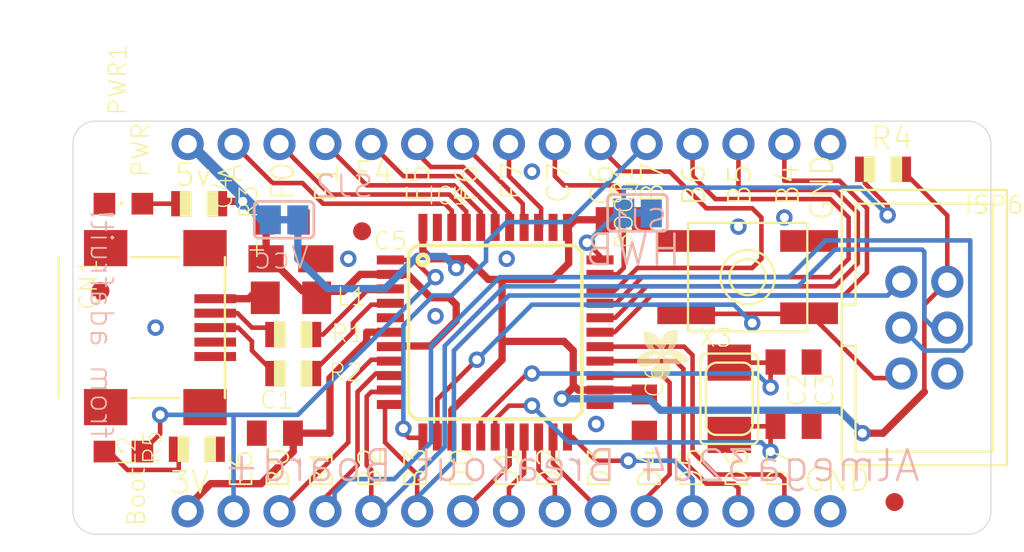
<source format=kicad_pcb>
(kicad_pcb (version 20171130) (host pcbnew "(5.1.9-0-10_14)")
  (layers (0 Top signal) (1 Route2 signal) (2 Route3 signal) (3 Route4 signal) (4 Route5 signal) (5 Route6 signal) (6 Route7 signal) (7 Route8 signal) (8 Route9 signal) (9 Route10 signal) (10 Route11 signal) (11 Route12 signal) (12 Route13 signal) (13 Route14 signal) (14 Route15 signal) (31 Bottom signal) (34 B.Paste user) (35 F.Paste user) (36 B.SilkS user) (37 F.SilkS user) (38 B.Mask user) (39 F.Mask user) (44 Edge.Cuts user))
  (net 0 "")
  (net 1 GND)
  (net 2 +5V)
  (net 3 +3V3)
  (net 4 VCC)
  (net 5 N$6)
  (net 6 "Net-(IC1-Pad3)")
  (net 7 "Net-(CN1-PadD-)")
  (net 8 "Net-(IC1-Pad4)")
  (net 9 "Net-(CN1-PadD+)")
  (net 10 /RST)
  (net 11 /MOSI)
  (net 12 /SCK)
  (net 13 /MISO)
  (net 14 "Net-(CN1-PadVBUS)")
  (net 15 /PE6)
  (net 16 "Net-(C2-Pad1)")
  (net 17 "Net-(C3-Pad1)")
  (net 18 /AREF)
  (net 19 "Net-(IC1-Pad41)")
  (net 20 "Net-(IC1-Pad40)")
  (net 21 "Net-(IC1-Pad39)")
  (net 22 "Net-(IC1-Pad38)")
  (net 23 "Net-(IC1-Pad37)")
  (net 24 "Net-(IC1-Pad36)")
  (net 25 /HWB)
  (net 26 "Net-(IC1-Pad32)")
  (net 27 "Net-(IC1-Pad31)")
  (net 28 "Net-(IC1-Pad30)")
  (net 29 "Net-(IC1-Pad29)")
  (net 30 "Net-(IC1-Pad28)")
  (net 31 "Net-(IC1-Pad27)")
  (net 32 "Net-(IC1-Pad26)")
  (net 33 "Net-(IC1-Pad25)")
  (net 34 "Net-(IC1-Pad22)")
  (net 35 "Net-(IC1-Pad21)")
  (net 36 "Net-(IC1-Pad20)")
  (net 37 "Net-(IC1-Pad19)")
  (net 38 "Net-(IC1-Pad18)")
  (net 39 "Net-(IC1-Pad12)")
  (net 40 "Net-(IC1-Pad8)")
  (net 41 "Net-(CN1-PadID)")
  (net 42 "Net-(PWR1-PadA)")
  (net 43 "Net-(L2-PadC)")
  (module "" (layer Top) (at 125.0061 95.4786)
    (fp_text reference @HOLE0 hide)
    (fp_text value "" (at 0 0) (layer F.SilkS) (effects (font (size 1.27 1.27))))
    (pad "" np_thru_hole circle (at 0 0) (size 2.2 2.2) (drill 2.2) (layers *.Cu *.Mask))
  )
  (module "" (layer Top) (at 125.0061 114.5286)
    (fp_text reference @HOLE1 hide)
    (fp_text value "" (at 0 0) (layer F.SilkS) (effects (font (size 1.27 1.27))))
    (pad "" np_thru_hole circle (at 0 0) (size 2.2 2.2) (drill 2.2) (layers *.Cu *.Mask))
  )
  (module "" (layer Top) (at 171.9961 95.4786)
    (fp_text reference @HOLE2 hide)
    (fp_text value "" (at 0 0) (layer F.SilkS) (effects (font (size 1.27 1.27))))
    (pad "" np_thru_hole circle (at 0 0) (size 2.2 2.2) (drill 2.2) (layers *.Cu *.Mask))
  )
  (module "" (layer Top) (at 171.9961 114.4016)
    (fp_text reference @HOLE3 hide)
    (fp_text value "" (at 0 0) (layer F.SilkS) (effects (font (size 1.27 1.27))))
    (pad "" np_thru_hole circle (at 0 0) (size 2.2 2.2) (drill 2.2) (layers *.Cu *.Mask))
  )
  (module atmega32u4bb:R0805 (layer Top) (at 135.2931 105.3846)
    (fp_text reference R1 (at 2.032 0.508) (layer F.SilkS) (effects (font (size 0.9652 0.9652) (thickness 0.077216)) (justify left bottom)))
    (fp_text value 22)
    (pad 2 smd rect (at 1 0) (size 1.1 1.4) (layers Top F.Paste F.Mask) (net 6 "Net-(IC1-Pad3)"))
    (pad 1 smd rect (at -1 0) (size 1.1 1.4) (layers Top F.Paste F.Mask) (net 7 "Net-(CN1-PadD-)"))
  )
  (module atmega32u4bb:R0805 (layer Top) (at 135.2931 107.5436)
    (fp_text reference R2 (at 1.905 0.508) (layer F.SilkS) (effects (font (size 0.9652 0.9652) (thickness 0.077216)) (justify left bottom)))
    (fp_text value 22)
    (pad 2 smd rect (at 1 0) (size 1.1 1.4) (layers Top F.Paste F.Mask) (net 8 "Net-(IC1-Pad4)"))
    (pad 1 smd rect (at -1 0) (size 1.1 1.4) (layers Top F.Paste F.Mask) (net 9 "Net-(CN1-PadD+)"))
  )
  (module atmega32u4bb:ISP6 (layer Top) (at 170.2181 105.0036 270)
    (fp_text reference ISP6 (at -6.223 -2.159) (layer F.SilkS) (effects (font (size 0.9652 0.9652) (thickness 0.09652)) (justify left bottom)))
    (fp_text value PINHD-2X3THM)
    (pad 6 thru_hole circle (at 2.54 -1.27 270) (size 1.778 1.778) (drill 1.016) (layers *.Cu *.Mask) (net 1 GND))
    (pad 5 thru_hole circle (at 2.54 1.27 270) (size 1.778 1.778) (drill 1.016) (layers *.Cu *.Mask) (net 10 /RST))
    (pad 4 thru_hole circle (at 0 -1.27 270) (size 1.778 1.778) (drill 1.016) (layers *.Cu *.Mask) (net 11 /MOSI))
    (pad 3 thru_hole circle (at 0 1.27 270) (size 1.778 1.778) (drill 1.016) (layers *.Cu *.Mask) (net 12 /SCK))
    (pad 2 thru_hole circle (at -2.54 -1.27 270) (size 1.778 1.778) (drill 1.016) (layers *.Cu *.Mask) (net 4 VCC))
    (pad 1 thru_hole circle (at -2.54 1.27 270) (size 1.778 1.778) (drill 1.016) (layers *.Cu *.Mask) (net 13 /MISO))
  )
  (module atmega32u4bb:R1206 (layer Top) (at 135.1661 103.3526)
    (fp_text reference L1 (at 2.4605 0.508) (layer F.SilkS) (effects (font (size 0.9652 0.9652) (thickness 0.077216)) (justify left bottom)))
    (fp_text value 500mA)
    (pad 1 smd rect (at -1.422 0) (size 1.6 1.803) (layers Top F.Paste F.Mask) (net 14 "Net-(CN1-PadVBUS)"))
    (pad 2 smd rect (at 1.422 0) (size 1.6 1.803) (layers Top F.Paste F.Mask) (net 2 +5V))
  )
  (module atmega32u4bb:C0805K (layer Top) (at 134.2771 110.8456 180)
    (fp_text reference C1 (at 0.889 1.27) (layer F.SilkS) (effects (font (size 0.9652 0.9652) (thickness 0.077216)) (justify left bottom)))
    (fp_text value 0.1uF)
    (pad 2 smd rect (at 1 0 180) (size 1.1 1.4) (layers Top F.Paste F.Mask) (net 1 GND))
    (pad 1 smd rect (at -1 0 180) (size 1.1 1.4) (layers Top F.Paste F.Mask) (net 3 +3V3))
  )
  (module atmega32u4bb:C0805K (layer Top) (at 134.6581 99.1616)
    (fp_text reference C4 (at -2.667 -0.635 90) (layer F.SilkS) (effects (font (size 0.9652 0.9652) (thickness 0.077216)) (justify left bottom)))
    (fp_text value 0.1uF)
    (pad 2 smd rect (at 1 0) (size 1.1 1.4) (layers Top F.Paste F.Mask) (net 1 GND))
    (pad 1 smd rect (at -1 0) (size 1.1 1.4) (layers Top F.Paste F.Mask) (net 2 +5V))
  )
  (module atmega32u4bb:A_3216-18R (layer Top) (at 135.1661 101.1936 180)
    (fp_text reference C5 (at -4.505 0.425) (layer F.SilkS) (effects (font (size 0.9652 0.9652) (thickness 0.077216)) (justify left bottom)))
    (fp_text value 10uF)
    (fp_text user + (at 2.54 0 180) (layer F.SilkS) (effects (font (size 0.9652 0.9652) (thickness 0.08128)) (justify left bottom)))
    (pad - smd rect (at -1.375 0 180) (size 1.95 1.5) (layers Top F.Paste F.Mask) (net 1 GND))
    (pad + smd rect (at 1.375 0 180) (size 1.95 1.5) (layers Top F.Paste F.Mask) (net 2 +5V))
  )
  (module atmega32u4bb:R0805 (layer Top) (at 130.0861 98.1456)
    (fp_text reference R3 (at 3.302 0.889 90) (layer F.SilkS) (effects (font (size 0.9652 0.9652) (thickness 0.077216)) (justify left bottom)))
    (fp_text value 1K)
    (pad 2 smd rect (at 1 0) (size 1.1 1.4) (layers Top F.Paste F.Mask) (net 2 +5V))
    (pad 1 smd rect (at -1 0) (size 1.1 1.4) (layers Top F.Paste F.Mask) (net 42 "Net-(PWR1-PadA)"))
  )
  (module atmega32u4bb:CHIPLED_0805 (layer Top) (at 125.8951 98.1456 90)
    (fp_text reference PWR1 (at 4.826 0.254 90) (layer F.SilkS) (effects (font (size 0.9652 0.9652) (thickness 0.077216)) (justify left bottom)))
    (fp_text value GREEN)
    (pad A smd rect (at 0 1.05 90) (size 1.2 1.2) (layers Top F.Paste F.Mask) (net 42 "Net-(PWR1-PadA)"))
    (pad C smd rect (at 0 -1.05 90) (size 1.2 1.2) (layers Top F.Paste F.Mask) (net 1 GND))
  )
  (module atmega32u4bb:CHIPLED_0805 (layer Top) (at 125.8951 111.8616 90)
    (fp_text reference L2 (at -0.889 0.762 90) (layer F.SilkS) (effects (font (size 0.9652 0.9652) (thickness 0.077216)) (justify left bottom)))
    (fp_text value RED)
    (pad A smd rect (at 0 1.05 90) (size 1.2 1.2) (layers Top F.Paste F.Mask) (net 15 /PE6))
    (pad C smd rect (at 0 -1.05 90) (size 1.2 1.2) (layers Top F.Paste F.Mask) (net 43 "Net-(L2-PadC)"))
  )
  (module atmega32u4bb:NX5032 (layer Top) (at 159.4231 108.9406 90)
    (fp_text reference X3 (at 2.799 -1.718) (layer F.SilkS) (effects (font (size 0.9652 0.9652) (thickness 0.077216)) (justify left bottom)))
    (fp_text value 16MHz)
    (pad P$2 smd rect (at -2 0 270) (size 2 2.4) (layers Top F.Paste F.Mask) (net 16 "Net-(C2-Pad1)"))
    (pad P$1 smd rect (at 2 0 90) (size 2 2.4) (layers Top F.Paste F.Mask) (net 17 "Net-(C3-Pad1)"))
  )
  (module atmega32u4bb:C0805K (layer Top) (at 162.9791 110.4646)
    (fp_text reference C2 (at 0.762 -1.016 90) (layer F.SilkS) (effects (font (size 0.9652 0.9652) (thickness 0.077216)) (justify left bottom)))
    (fp_text value 18pF)
    (pad 2 smd rect (at 1 0) (size 1.1 1.4) (layers Top F.Paste F.Mask) (net 1 GND))
    (pad 1 smd rect (at -1 0) (size 1.1 1.4) (layers Top F.Paste F.Mask) (net 16 "Net-(C2-Pad1)"))
  )
  (module atmega32u4bb:C0805K (layer Top) (at 162.9791 106.9086)
    (fp_text reference C3 (at 2.286 2.54 90) (layer F.SilkS) (effects (font (size 0.9652 0.9652) (thickness 0.077216)) (justify left bottom)))
    (fp_text value 18pF)
    (pad 2 smd rect (at 1 0) (size 1.1 1.4) (layers Top F.Paste F.Mask) (net 1 GND))
    (pad 1 smd rect (at -1 0) (size 1.1 1.4) (layers Top F.Paste F.Mask) (net 17 "Net-(C3-Pad1)"))
  )
  (module atmega32u4bb:TQFP44 (layer Top) (at 146.4691 105.2576)
    (fp_text reference IC1 (at -3.81 -6.985) (layer F.SilkS) (effects (font (size 0.9652 0.9652) (thickness 0.077216)) (justify left bottom)))
    (fp_text value ATMEGA32U4-AU)
    (pad 44 smd rect (at -4 -5.8) (size 0.5 1.5) (layers Top F.Paste F.Mask) (net 4 VCC))
    (pad 43 smd rect (at -3.2 -5.8) (size 0.5 1.5) (layers Top F.Paste F.Mask) (net 1 GND))
    (pad 42 smd rect (at -2.4 -5.8) (size 0.5 1.5) (layers Top F.Paste F.Mask) (net 18 /AREF))
    (pad 41 smd rect (at -1.6 -5.8) (size 0.5 1.5) (layers Top F.Paste F.Mask) (net 19 "Net-(IC1-Pad41)"))
    (pad 40 smd rect (at -0.8 -5.8) (size 0.5 1.5) (layers Top F.Paste F.Mask) (net 20 "Net-(IC1-Pad40)"))
    (pad 39 smd rect (at 0 -5.8) (size 0.5 1.5) (layers Top F.Paste F.Mask) (net 21 "Net-(IC1-Pad39)"))
    (pad 38 smd rect (at 0.8 -5.8) (size 0.5 1.5) (layers Top F.Paste F.Mask) (net 22 "Net-(IC1-Pad38)"))
    (pad 37 smd rect (at 1.6 -5.8) (size 0.5 1.5) (layers Top F.Paste F.Mask) (net 23 "Net-(IC1-Pad37)"))
    (pad 36 smd rect (at 2.4 -5.8) (size 0.5 1.5) (layers Top F.Paste F.Mask) (net 24 "Net-(IC1-Pad36)"))
    (pad 35 smd rect (at 3.2 -5.8) (size 0.5 1.5) (layers Top F.Paste F.Mask) (net 1 GND))
    (pad 34 smd rect (at 4 -5.8) (size 0.5 1.5) (layers Top F.Paste F.Mask) (net 4 VCC))
    (pad 33 smd rect (at 5.8 -4) (size 1.5 0.5) (layers Top F.Paste F.Mask) (net 25 /HWB))
    (pad 32 smd rect (at 5.8 -3.2) (size 1.5 0.5) (layers Top F.Paste F.Mask) (net 26 "Net-(IC1-Pad32)"))
    (pad 31 smd rect (at 5.8 -2.4) (size 1.5 0.5) (layers Top F.Paste F.Mask) (net 27 "Net-(IC1-Pad31)"))
    (pad 30 smd rect (at 5.8 -1.6) (size 1.5 0.5) (layers Top F.Paste F.Mask) (net 28 "Net-(IC1-Pad30)"))
    (pad 29 smd rect (at 5.8 -0.8) (size 1.5 0.5) (layers Top F.Paste F.Mask) (net 29 "Net-(IC1-Pad29)"))
    (pad 28 smd rect (at 5.8 0) (size 1.5 0.5) (layers Top F.Paste F.Mask) (net 30 "Net-(IC1-Pad28)"))
    (pad 27 smd rect (at 5.8 0.8) (size 1.5 0.5) (layers Top F.Paste F.Mask) (net 31 "Net-(IC1-Pad27)"))
    (pad 26 smd rect (at 5.8 1.6) (size 1.5 0.5) (layers Top F.Paste F.Mask) (net 32 "Net-(IC1-Pad26)"))
    (pad 25 smd rect (at 5.8 2.4) (size 1.5 0.5) (layers Top F.Paste F.Mask) (net 33 "Net-(IC1-Pad25)"))
    (pad 24 smd rect (at 5.8 3.2) (size 1.5 0.5) (layers Top F.Paste F.Mask) (net 4 VCC))
    (pad 23 smd rect (at 5.8 4) (size 1.5 0.5) (layers Top F.Paste F.Mask) (net 1 GND))
    (pad 22 smd rect (at 4 5.8) (size 0.5 1.5) (layers Top F.Paste F.Mask) (net 34 "Net-(IC1-Pad22)"))
    (pad 21 smd rect (at 3.2 5.8) (size 0.5 1.5) (layers Top F.Paste F.Mask) (net 35 "Net-(IC1-Pad21)"))
    (pad 20 smd rect (at 2.4 5.8) (size 0.5 1.5) (layers Top F.Paste F.Mask) (net 36 "Net-(IC1-Pad20)"))
    (pad 19 smd rect (at 1.6 5.8) (size 0.5 1.5) (layers Top F.Paste F.Mask) (net 37 "Net-(IC1-Pad19)"))
    (pad 18 smd rect (at 0.8 5.8) (size 0.5 1.5) (layers Top F.Paste F.Mask) (net 38 "Net-(IC1-Pad18)"))
    (pad 17 smd rect (at 0 5.8) (size 0.5 1.5) (layers Top F.Paste F.Mask) (net 16 "Net-(C2-Pad1)"))
    (pad 16 smd rect (at -0.8 5.8) (size 0.5 1.5) (layers Top F.Paste F.Mask) (net 17 "Net-(C3-Pad1)"))
    (pad 15 smd rect (at -1.6 5.8) (size 0.5 1.5) (layers Top F.Paste F.Mask) (net 1 GND))
    (pad 14 smd rect (at -2.4 5.8) (size 0.5 1.5) (layers Top F.Paste F.Mask) (net 4 VCC))
    (pad 13 smd rect (at -3.2 5.8) (size 0.5 1.5) (layers Top F.Paste F.Mask) (net 10 /RST))
    (pad 12 smd rect (at -4 5.8) (size 0.5 1.5) (layers Top F.Paste F.Mask) (net 39 "Net-(IC1-Pad12)"))
    (pad 11 smd rect (at -5.8 4) (size 1.5 0.5) (layers Top F.Paste F.Mask) (net 13 /MISO))
    (pad 10 smd rect (at -5.8 3.2) (size 1.5 0.5) (layers Top F.Paste F.Mask) (net 11 /MOSI))
    (pad 9 smd rect (at -5.8 2.4) (size 1.5 0.5) (layers Top F.Paste F.Mask) (net 12 /SCK))
    (pad 8 smd rect (at -5.8 1.6) (size 1.5 0.5) (layers Top F.Paste F.Mask) (net 40 "Net-(IC1-Pad8)"))
    (pad 7 smd rect (at -5.8 0.8) (size 1.5 0.5) (layers Top F.Paste F.Mask) (net 2 +5V))
    (pad 6 smd rect (at -5.8 0) (size 1.5 0.5) (layers Top F.Paste F.Mask) (net 3 +3V3))
    (pad 5 smd rect (at -5.8 -0.8) (size 1.5 0.5) (layers Top F.Paste F.Mask) (net 1 GND))
    (pad 4 smd rect (at -5.8 -1.6) (size 1.5 0.5) (layers Top F.Paste F.Mask) (net 8 "Net-(IC1-Pad4)"))
    (pad 3 smd rect (at -5.8 -2.4) (size 1.5 0.5) (layers Top F.Paste F.Mask) (net 6 "Net-(IC1-Pad3)"))
    (pad 2 smd rect (at -5.8 -3.2) (size 1.5 0.5) (layers Top F.Paste F.Mask) (net 2 +5V))
    (pad 1 smd rect (at -5.8 -4) (size 1.5 0.5) (layers Top F.Paste F.Mask) (net 15 /PE6))
  )
  (module atmega32u4bb:EVQ-Q2 (layer Top) (at 160.4391 102.2096)
    (fp_text reference BOOT1 (at -6.279 -1.476 90) (layer F.SilkS) (effects (font (size 0.9652 0.9652) (thickness 0.077216)) (justify left bottom)))
    (fp_text value EVQQ2)
    (pad A smd rect (at -3.4 2) (size 3.2 1.2) (layers Top F.Paste F.Mask) (net 10 /RST))
    (pad A' smd rect (at 3.4 2) (size 3.2 1.2) (layers Top F.Paste F.Mask) (net 10 /RST))
    (pad B' smd rect (at 3.4 -2) (size 3.2 1.2) (layers Top F.Paste F.Mask) (net 1 GND))
    (pad B smd rect (at -3.4 -2) (size 3.2 1.2) (layers Top F.Paste F.Mask) (net 1 GND))
  )
  (module atmega32u4bb:C0805K (layer Top) (at 154.7241 109.7026 270)
    (fp_text reference C6 (at -0.746 -1.129 90) (layer F.SilkS) (effects (font (size 0.9652 0.9652) (thickness 0.077216)) (justify left bottom)))
    (fp_text value 0.1uF)
    (pad 2 smd rect (at 1 0 270) (size 1.1 1.4) (layers Top F.Paste F.Mask) (net 1 GND))
    (pad 1 smd rect (at -1 0 270) (size 1.1 1.4) (layers Top F.Paste F.Mask) (net 4 VCC))
  )
  (module atmega32u4bb:C0805K (layer Top) (at 153.5811 99.0346)
    (fp_text reference C7 (at -1 -0.875) (layer F.SilkS) (effects (font (size 0.9652 0.9652) (thickness 0.077216)) (justify left bottom)))
    (fp_text value 0.1uF)
    (pad 2 smd rect (at 1 0) (size 1.1 1.4) (layers Top F.Paste F.Mask) (net 1 GND))
    (pad 1 smd rect (at -1 0) (size 1.1 1.4) (layers Top F.Paste F.Mask) (net 4 VCC))
  )
  (module atmega32u4bb:R0805 (layer Top) (at 129.9591 111.7346)
    (fp_text reference R5 (at -1.905 0.889 90) (layer F.SilkS) (effects (font (size 0.9652 0.9652) (thickness 0.077216)) (justify left bottom)))
    (fp_text value 1K)
    (pad 2 smd rect (at 1 0) (size 1.1 1.4) (layers Top F.Paste F.Mask) (net 1 GND))
    (pad 1 smd rect (at -1 0) (size 1.1 1.4) (layers Top F.Paste F.Mask) (net 43 "Net-(L2-PadC)"))
  )
  (module atmega32u4bb:USB-MINIB (layer Top) (at 126.9111 105.0036 270)
    (fp_text reference CN1 (at -0.897 2.397 90) (layer F.SilkS) (effects (font (size 0.9652 0.9652) (thickness 0.077216)) (justify left bottom)))
    (fp_text value "MiniB USB")
    (pad "" np_thru_hole circle (at 2.2 -1 270) (size 0.9 0.9) (drill 0.9) (layers *.Cu *.Mask))
    (pad "" np_thru_hole circle (at -2.2 -1 270) (size 0.9 0.9) (drill 0.9) (layers *.Cu *.Mask))
    (pad GND4 smd rect (at 4.4 2 270) (size 2 2.4) (layers Top F.Paste F.Mask))
    (pad GND3 smd rect (at 4.4 -3.5 270) (size 2 2.4) (layers Top F.Paste F.Mask))
    (pad GND1 smd rect (at -4.4 2 270) (size 2 2.4) (layers Top F.Paste F.Mask))
    (pad GND smd rect (at 1.6 -4.064 90) (size 0.5 2.308) (layers Top F.Paste F.Mask) (net 1 GND))
    (pad ID smd rect (at 0.8 -4.064 90) (size 0.5 2.308) (layers Top F.Paste F.Mask) (net 41 "Net-(CN1-PadID)"))
    (pad D+ smd rect (at 0 -4.064 90) (size 0.5 2.308) (layers Top F.Paste F.Mask) (net 9 "Net-(CN1-PadD+)"))
    (pad D- smd rect (at -0.8 -4.064 90) (size 0.5 2.308) (layers Top F.Paste F.Mask) (net 7 "Net-(CN1-PadD-)"))
    (pad VBUS smd rect (at -1.6 -4.064 90) (size 0.5 2.308) (layers Top F.Paste F.Mask) (net 14 "Net-(CN1-PadVBUS)"))
    (pad GND2 smd rect (at -4.4 -3.5 270) (size 2 2.4) (layers Top F.Paste F.Mask))
  )
  (module atmega32u4bb:SJ (layer Bottom) (at 154.3431 98.6536)
    (fp_text reference SJ1 (at -1.651 1.143) (layer B.SilkS) (effects (font (size 1.2065 1.2065) (thickness 0.12065)) (justify right bottom mirror)))
    (fp_text value HWB)
    (pad 2 smd rect (at 0.762 0) (size 1.1684 1.6002) (layers Bottom B.Paste B.Mask) (net 1 GND))
    (pad 1 smd rect (at -0.762 0) (size 1.1684 1.6002) (layers Bottom B.Paste B.Mask) (net 25 /HWB))
  )
  (module atmega32u4bb:SJ (layer Bottom) (at 134.7851 99.0346 180)
    (fp_text reference SJ2 (at -1.651 1.143) (layer B.SilkS) (effects (font (size 1.2065 1.2065) (thickness 0.12065)) (justify right bottom mirror)))
    (fp_text value VCC)
    (pad 2 smd rect (at 0.762 0 180) (size 1.1684 1.6002) (layers Bottom B.Paste B.Mask) (net 2 +5V))
    (pad 1 smd rect (at -0.762 0 180) (size 1.1684 1.6002) (layers Bottom B.Paste B.Mask) (net 4 VCC))
  )
  (module atmega32u4bb:R0805 (layer Top) (at 167.9321 96.2406)
    (fp_text reference R4 (at -0.762 -1.016) (layer F.SilkS) (effects (font (size 1.2065 1.2065) (thickness 0.09652)) (justify left bottom)))
    (fp_text value 10K)
    (pad 2 smd rect (at 1 0) (size 1.1 1.4) (layers Top F.Paste F.Mask) (net 4 VCC))
    (pad 1 smd rect (at -1 0) (size 1.1 1.4) (layers Top F.Paste F.Mask) (net 25 /HWB))
  )
  (module atmega32u4bb:1X15-CB (layer Top) (at 147.2311 115.1636 180)
    (fp_text reference JP1 hide)
    (fp_text value "Breakout 1" hide)
    (pad 15 thru_hole circle (at 17.78 0 270) (size 1.778 1.778) (drill 1.016) (layers *.Cu *.Mask) (net 3 +3V3))
    (pad 14 thru_hole circle (at 15.24 0 270) (size 1.778 1.778) (drill 1.016) (layers *.Cu *.Mask) (net 15 /PE6))
    (pad 13 thru_hole circle (at 12.7 0 270) (size 1.778 1.778) (drill 1.016) (layers *.Cu *.Mask) (net 40 "Net-(IC1-Pad8)"))
    (pad 12 thru_hole circle (at 10.16 0 270) (size 1.778 1.778) (drill 1.016) (layers *.Cu *.Mask) (net 12 /SCK))
    (pad 11 thru_hole circle (at 7.62 0 270) (size 1.778 1.778) (drill 1.016) (layers *.Cu *.Mask) (net 11 /MOSI))
    (pad 10 thru_hole circle (at 5.08 0 270) (size 1.778 1.778) (drill 1.016) (layers *.Cu *.Mask) (net 13 /MISO))
    (pad 9 thru_hole circle (at 2.54 0 270) (size 1.778 1.778) (drill 1.016) (layers *.Cu *.Mask) (net 38 "Net-(IC1-Pad18)"))
    (pad 8 thru_hole circle (at 0 0 270) (size 1.778 1.778) (drill 1.016) (layers *.Cu *.Mask) (net 37 "Net-(IC1-Pad19)"))
    (pad 7 thru_hole circle (at -2.54 0 270) (size 1.778 1.778) (drill 1.016) (layers *.Cu *.Mask) (net 36 "Net-(IC1-Pad20)"))
    (pad 6 thru_hole circle (at -5.08 0 270) (size 1.778 1.778) (drill 1.016) (layers *.Cu *.Mask) (net 35 "Net-(IC1-Pad21)"))
    (pad 5 thru_hole circle (at -7.62 0 270) (size 1.778 1.778) (drill 1.016) (layers *.Cu *.Mask) (net 33 "Net-(IC1-Pad25)"))
    (pad 4 thru_hole circle (at -10.16 0 270) (size 1.778 1.778) (drill 1.016) (layers *.Cu *.Mask) (net 34 "Net-(IC1-Pad22)"))
    (pad 3 thru_hole circle (at -12.7 0 270) (size 1.778 1.778) (drill 1.016) (layers *.Cu *.Mask) (net 32 "Net-(IC1-Pad26)"))
    (pad 2 thru_hole circle (at -15.24 0 270) (size 1.778 1.778) (drill 1.016) (layers *.Cu *.Mask) (net 31 "Net-(IC1-Pad27)"))
    (pad 1 thru_hole circle (at -17.78 0 270) (size 1.778 1.778) (drill 1.016) (layers *.Cu *.Mask) (net 1 GND))
  )
  (module atmega32u4bb:1X15-CB (layer Top) (at 147.2311 94.8436)
    (fp_text reference JP5 hide)
    (fp_text value "Breakout 2" hide)
    (pad 15 thru_hole circle (at 17.78 0 90) (size 1.778 1.778) (drill 1.016) (layers *.Cu *.Mask) (net 1 GND))
    (pad 14 thru_hole circle (at 15.24 0 90) (size 1.778 1.778) (drill 1.016) (layers *.Cu *.Mask) (net 30 "Net-(IC1-Pad28)"))
    (pad 13 thru_hole circle (at 12.7 0 90) (size 1.778 1.778) (drill 1.016) (layers *.Cu *.Mask) (net 29 "Net-(IC1-Pad29)"))
    (pad 12 thru_hole circle (at 10.16 0 90) (size 1.778 1.778) (drill 1.016) (layers *.Cu *.Mask) (net 28 "Net-(IC1-Pad30)"))
    (pad 11 thru_hole circle (at 7.62 0 90) (size 1.778 1.778) (drill 1.016) (layers *.Cu *.Mask) (net 39 "Net-(IC1-Pad12)"))
    (pad 10 thru_hole circle (at 5.08 0 90) (size 1.778 1.778) (drill 1.016) (layers *.Cu *.Mask) (net 27 "Net-(IC1-Pad31)"))
    (pad 9 thru_hole circle (at 2.54 0 90) (size 1.778 1.778) (drill 1.016) (layers *.Cu *.Mask) (net 26 "Net-(IC1-Pad32)"))
    (pad 8 thru_hole circle (at 0 0 90) (size 1.778 1.778) (drill 1.016) (layers *.Cu *.Mask) (net 24 "Net-(IC1-Pad36)"))
    (pad 7 thru_hole circle (at -2.54 0 90) (size 1.778 1.778) (drill 1.016) (layers *.Cu *.Mask) (net 23 "Net-(IC1-Pad37)"))
    (pad 6 thru_hole circle (at -5.08 0 90) (size 1.778 1.778) (drill 1.016) (layers *.Cu *.Mask) (net 22 "Net-(IC1-Pad38)"))
    (pad 5 thru_hole circle (at -7.62 0 90) (size 1.778 1.778) (drill 1.016) (layers *.Cu *.Mask) (net 21 "Net-(IC1-Pad39)"))
    (pad 4 thru_hole circle (at -10.16 0 90) (size 1.778 1.778) (drill 1.016) (layers *.Cu *.Mask) (net 20 "Net-(IC1-Pad40)"))
    (pad 3 thru_hole circle (at -12.7 0 90) (size 1.778 1.778) (drill 1.016) (layers *.Cu *.Mask) (net 19 "Net-(IC1-Pad41)"))
    (pad 2 thru_hole circle (at -15.24 0 90) (size 1.778 1.778) (drill 1.016) (layers *.Cu *.Mask) (net 18 /AREF))
    (pad 1 thru_hole circle (at -17.78 0 90) (size 1.778 1.778) (drill 1.016) (layers *.Cu *.Mask) (net 2 +5V))
  )
  (module atmega32u4bb:FIDUCIAL_1MM (layer Top) (at 168.5671 114.6556)
    (fp_text reference U$1 hide)
    (fp_text value FIDUCIAL hide)
    (pad 1 smd roundrect (at 0 0) (size 1 1) (layers Top F.Mask) (roundrect_rratio 0.5))
  )
  (module atmega32u4bb:FIDUCIAL_1MM (layer Top) (at 124.6251 102.9716)
    (fp_text reference U$2 hide)
    (fp_text value FIDUCIAL hide)
    (pad 1 smd roundrect (at 0 0) (size 1 1) (layers Top F.Mask) (roundrect_rratio 0.5))
  )
  (module atmega32u4bb:ADAFRUIT200MIL (layer Top) (at 155.8671 106.5276 180)
    (fp_text reference U$4 hide)
    (fp_text value "" hide)
  )
  (module atmega32u4bb:FIDUCIAL_1MM (layer Top) (at 139.1031 99.6696)
    (fp_text reference U$6 hide)
    (fp_text value FIDUCIAL hide)
    (pad 1 smd roundrect (at 0 0) (size 1 1) (layers Top F.Mask) (roundrect_rratio 0.5))
  )
  (gr_arc (start 124.3711 94.8436) (end 124.3711 93.5736) (angle -90) (layer Edge.Cuts) (width 0.05))
  (gr_line (start 123.1011 94.8436) (end 123.1011 115.1636) (layer Edge.Cuts) (width 0.05))
  (gr_arc (start 124.3711 115.1636) (end 123.1011 115.1636) (angle -90) (layer Edge.Cuts) (width 0.05))
  (gr_line (start 124.3711 116.4336) (end 172.6311 116.4336) (layer Edge.Cuts) (width 0.05))
  (gr_arc (start 172.6311 115.1636) (end 172.6311 116.4336) (angle -90) (layer Edge.Cuts) (width 0.05))
  (gr_line (start 173.9011 115.1636) (end 173.9011 94.8436) (layer Edge.Cuts) (width 0.05))
  (gr_arc (start 172.6311 94.8436) (end 173.9011 94.8436) (angle -90) (layer Edge.Cuts) (width 0.05))
  (gr_line (start 172.6311 93.5736) (end 124.3711 93.5736) (layer Edge.Cuts) (width 0.05))
  (gr_text 5v (at 130.8481 95.8596) (layer F.SilkS) (effects (font (size 1.2065 1.2065) (thickness 0.1016)) (justify right top)))
  (gr_text GND (at 165.2651 99.1616 90) (layer F.SilkS) (effects (font (size 1.2065 1.2065) (thickness 0.1016)) (justify left bottom)))
  (gr_text F0 (at 134.0231 95.7326 90) (layer F.SilkS) (effects (font (size 1.2065 1.2065) (thickness 0.1016)) (justify right top)))
  (gr_text F1 (at 136.4361 95.8596 90) (layer F.SilkS) (effects (font (size 1.2065 1.2065) (thickness 0.1016)) (justify right top)))
  (gr_text F4 (at 138.5951 97.1296) (layer F.SilkS) (effects (font (size 1.2065 1.2065) (thickness 0.1016)) (justify left bottom)))
  (gr_text F5 (at 141.5161 95.8596 90) (layer F.SilkS) (effects (font (size 1.2065 1.2065) (thickness 0.1016)) (justify right top)))
  (gr_text F6 (at 144.1831 95.8596 90) (layer F.SilkS) (effects (font (size 1.2065 1.2065) (thickness 0.1016)) (justify right top)))
  (gr_text F7 (at 146.7231 95.7326 90) (layer F.SilkS) (effects (font (size 1.2065 1.2065) (thickness 0.1016)) (justify right top)))
  (gr_text C7 (at 149.2631 95.7326 90) (layer F.SilkS) (effects (font (size 1.2065 1.2065) (thickness 0.1016)) (justify right top)))
  (gr_text C6 (at 151.6761 95.8596 90) (layer F.SilkS) (effects (font (size 1.2065 1.2065) (thickness 0.1016)) (justify right top)))
  (gr_text B7 (at 154.4701 95.7326 90) (layer F.SilkS) (effects (font (size 1.2065 1.2065) (thickness 0.1016)) (justify right top)))
  (gr_text B6 (at 156.7561 95.8596 90) (layer F.SilkS) (effects (font (size 1.2065 1.2065) (thickness 0.1016)) (justify right top)))
  (gr_text B5 (at 159.2961 95.8596 90) (layer F.SilkS) (effects (font (size 1.2065 1.2065) (thickness 0.1016)) (justify right top)))
  (gr_text B4 (at 161.9631 95.8596 90) (layer F.SilkS) (effects (font (size 1.2065 1.2065) (thickness 0.1016)) (justify right top)))
  (gr_text 3V (at 130.7211 112.8776) (layer F.SilkS) (effects (font (size 1.2065 1.2065) (thickness 0.1016)) (justify right top)))
  (gr_text D7 (at 162.8521 114.0206 90) (layer F.SilkS) (effects (font (size 1.2065 1.2065) (thickness 0.1016)) (justify left bottom)))
  (gr_text D6 (at 160.5661 114.0206 90) (layer F.SilkS) (effects (font (size 1.2065 1.2065) (thickness 0.1016)) (justify left bottom)))
  (gr_text D5 (at 158.0261 114.0206 90) (layer F.SilkS) (effects (font (size 1.2065 1.2065) (thickness 0.1016)) (justify left bottom)))
  (gr_text D4 (at 155.7401 114.0206 90) (layer F.SilkS) (effects (font (size 1.2065 1.2065) (thickness 0.1016)) (justify left bottom)))
  (gr_text D3 (at 152.9461 114.0206 90) (layer F.SilkS) (effects (font (size 1.2065 1.2065) (thickness 0.1016)) (justify left bottom)))
  (gr_text D2 (at 150.1521 114.0206 90) (layer F.SilkS) (effects (font (size 1.2065 1.2065) (thickness 0.1016)) (justify left bottom)))
  (gr_text D1 (at 147.8661 114.0206 90) (layer F.SilkS) (effects (font (size 1.2065 1.2065) (thickness 0.1016)) (justify left bottom)))
  (gr_text D0 (at 145.3261 114.0206 90) (layer F.SilkS) (effects (font (size 1.2065 1.2065) (thickness 0.1016)) (justify left bottom)))
  (gr_text B3 (at 142.7861 114.0206 90) (layer F.SilkS) (effects (font (size 1.2065 1.2065) (thickness 0.1016)) (justify left bottom)))
  (gr_text B2 (at 140.2461 114.0206 90) (layer F.SilkS) (effects (font (size 1.2065 1.2065) (thickness 0.1016)) (justify left bottom)))
  (gr_text B1 (at 137.5791 114.0206 90) (layer F.SilkS) (effects (font (size 1.2065 1.2065) (thickness 0.1016)) (justify left bottom)))
  (gr_text B0 (at 135.1661 114.0206 90) (layer F.SilkS) (effects (font (size 1.2065 1.2065) (thickness 0.1016)) (justify left bottom)))
  (gr_text GND (at 163.4871 114.1476) (layer F.SilkS) (effects (font (size 1.2065 1.2065) (thickness 0.1016)) (justify left bottom)))
  (gr_text PWR (at 127.4191 96.7486 90) (layer F.SilkS) (effects (font (size 0.9652 0.9652) (thickness 0.08128)) (justify left bottom)))
  (gr_text Boot (at 127.1651 116.0526 90) (layer F.SilkS) (effects (font (size 0.9652 0.9652) (thickness 0.08128)) (justify left bottom)))
  (gr_text A (at 131.1021 95.8596 90) (layer F.SilkS) (effects (font (size 1.2065 1.2065) (thickness 0.1016)) (justify right top)))
  (gr_text "Atmega32u4 Breakout Board+" (at 170.0911 113.6396) (layer B.SilkS) (effects (font (size 1.6891 1.6891) (thickness 0.14224)) (justify left bottom mirror)))
  (gr_text HWB (at 156.8831 101.7016) (layer B.SilkS) (effects (font (size 1.6891 1.6891) (thickness 0.14224)) (justify left bottom mirror)))
  (gr_text Vcc (at 133.0071 100.4316) (layer B.SilkS) (effects (font (size 1.2065 1.2065) (thickness 0.1016)) (justify right top mirror)))
  (gr_text "from adafruit!" (at 125.3871 98.3996 -90) (layer B.SilkS) (effects (font (size 1.2065 1.2065) (thickness 0.1016)) (justify right top mirror)))
  (gr_text E6 (at 133.1341 114.0206 90) (layer F.SilkS) (effects (font (size 1.2065 1.2065) (thickness 0.1016)) (justify left bottom)))
  (segment (start 155.1051 98.6536) (end 153.9621 98.6536) (width 0.4064) (layer Bottom) (net 1))
  (via (at 143.1671 104.3686) (size 0.9064) (drill 0.5) (layers Top Bottom) (net 1))
  (via (at 127.6731 105.0036) (size 0.9064) (drill 0.5) (layers Top Bottom) (net 1))
  (via (at 138.3411 101.1936) (size 0.9064) (drill 0.5) (layers Top Bottom) (net 1))
  (via (at 147.1041 101.1936) (size 0.9064) (drill 0.5) (layers Top Bottom) (net 1))
  (via (at 152.0571 110.3376) (size 0.9064) (drill 0.5) (layers Top Bottom) (net 1))
  (via (at 148.5011 96.3676) (size 0.9064) (drill 0.5) (layers Top Bottom) (net 1))
  (via (at 159.9311 99.4156) (size 0.9064) (drill 0.5) (layers Top Bottom) (net 1))
  (via (at 162.4711 98.9076) (size 0.9064) (drill 0.5) (layers Top Bottom) (net 1))
  (segment (start 136.9441 105.3846) (end 136.2931 105.3846) (width 0.254) (layer Top) (net 6))
  (segment (start 139.3571 102.9716) (end 136.9441 105.3846) (width 0.254) (layer Top) (net 6))
  (segment (start 140.6271 102.8996) (end 140.6271 102.9716) (width 0.254) (layer Top) (net 6))
  (segment (start 140.6691 102.8576) (end 140.6271 102.8996) (width 0.254) (layer Top) (net 6))
  (segment (start 140.6271 102.9716) (end 139.3571 102.9716) (width 0.254) (layer Top) (net 6))
  (segment (start 138.5951 105.2576) (end 136.5631 107.2896) (width 0.254) (layer Top) (net 8))
  (segment (start 138.5951 104.7496) (end 138.5951 105.2576) (width 0.254) (layer Top) (net 8))
  (segment (start 140.6271 103.6996) (end 140.6271 103.7336) (width 0.254) (layer Top) (net 8))
  (segment (start 140.6691 103.6576) (end 140.6271 103.6996) (width 0.254) (layer Top) (net 8))
  (segment (start 139.6111 103.7336) (end 138.5951 104.7496) (width 0.254) (layer Top) (net 8))
  (segment (start 140.6271 103.7336) (end 139.6111 103.7336) (width 0.254) (layer Top) (net 8))
  (segment (start 136.3091 107.5436) (end 136.2931 107.5436) (width 0.4064) (layer Top) (net 8))
  (segment (start 136.5631 107.2896) (end 136.3091 107.5436) (width 0.4064) (layer Top) (net 8))
  (segment (start 134.0231 101.1936) (end 133.7911 101.1936) (width 0.254) (layer Top) (net 2))
  (segment (start 135.8011 102.9716) (end 134.0231 101.1936) (width 0.4064) (layer Top) (net 2))
  (segment (start 136.5881 102.9966) (end 136.5631 102.9716) (width 0.254) (layer Top) (net 2))
  (segment (start 136.5881 102.9966) (end 136.5881 103.3526) (width 0.4064) (layer Top) (net 2))
  (segment (start 136.5631 102.9716) (end 135.8011 102.9716) (width 0.254) (layer Top) (net 2))
  (segment (start 133.6581 99.3046) (end 133.6581 99.1616) (width 0.254) (layer Top) (net 2))
  (segment (start 133.7911 101.1936) (end 133.7911 99.4376) (width 0.4064) (layer Top) (net 2))
  (segment (start 133.7911 99.4376) (end 133.6581 99.3046) (width 0.254) (layer Top) (net 2))
  (segment (start 138.0621 102.9966) (end 136.5881 102.9966) (width 0.4064) (layer Top) (net 2))
  (segment (start 140.6311 106.0196) (end 140.6271 106.0196) (width 0.254) (layer Top) (net 2))
  (segment (start 140.6311 106.0196) (end 140.6691 106.0576) (width 0.254) (layer Top) (net 2))
  (segment (start 140.6691 102.0576) (end 139.0011 102.0576) (width 0.4064) (layer Top) (net 2))
  (segment (start 139.0011 102.0576) (end 138.0621 102.9966) (width 0.4064) (layer Top) (net 2))
  (segment (start 141.6181 102.0576) (end 140.6691 102.0576) (width 0.4064) (layer Top) (net 2))
  (segment (start 142.9131 103.3526) (end 141.6181 102.0576) (width 0.4064) (layer Top) (net 2))
  (segment (start 142.9131 106.0196) (end 140.6311 106.0196) (width 0.4064) (layer Top) (net 2))
  (segment (start 144.3101 104.6226) (end 142.9131 106.0196) (width 0.4064) (layer Top) (net 2))
  (segment (start 143.9291 103.3526) (end 142.9131 103.3526) (width 0.4064) (layer Top) (net 2))
  (segment (start 144.3101 103.7336) (end 144.3101 104.6226) (width 0.4064) (layer Top) (net 2))
  (segment (start 143.9291 103.3526) (end 144.3101 103.7336) (width 0.4064) (layer Top) (net 2))
  (segment (start 133.6581 99.1776) (end 133.7691 99.2886) (width 0.4064) (layer Top) (net 2))
  (segment (start 133.6581 99.1616) (end 133.6581 99.1776) (width 0.4064) (layer Top) (net 2))
  (segment (start 133.7691 99.2886) (end 133.7691 98.7806) (width 0.4064) (layer Top) (net 2))
  (segment (start 133.7691 99.2886) (end 132.4991 98.0186) (width 0.4064) (layer Top) (net 2))
  (segment (start 129.5781 94.8436) (end 129.4511 94.8436) (width 0.6096) (layer Bottom) (net 2))
  (segment (start 133.8961 99.1616) (end 129.5781 94.8436) (width 0.6096) (layer Bottom) (net 2))
  (segment (start 134.0231 99.1616) (end 134.0231 99.0346) (width 0.6096) (layer Bottom) (net 2))
  (segment (start 133.8961 99.1616) (end 134.0231 99.1616) (width 0.6096) (layer Bottom) (net 2))
  (segment (start 132.4991 98.0186) (end 132.6261 98.0186) (width 0.6096) (layer Bottom) (net 2))
  (segment (start 133.7691 99.1616) (end 133.8961 99.1616) (width 0.6096) (layer Bottom) (net 2))
  (segment (start 132.6261 98.0186) (end 133.7691 99.1616) (width 0.6096) (layer Bottom) (net 2))
  (segment (start 131.1021 98.1456) (end 131.0861 98.1456) (width 0.4064) (layer Top) (net 2))
  (segment (start 132.4991 98.0186) (end 131.2291 98.0186) (width 0.4064) (layer Top) (net 2))
  (segment (start 131.2291 98.0186) (end 131.1021 98.1456) (width 0.4064) (layer Top) (net 2))
  (via (at 132.4991 98.0186) (size 0.9064) (drill 0.5) (layers Top Bottom) (net 2))
  (segment (start 139.6111 115.1636) (end 139.6111 112.8776) (width 0.254) (layer Top) (net 11))
  (segment (start 139.6111 112.8776) (end 139.3571 112.6236) (width 0.254) (layer Top) (net 11))
  (segment (start 139.3571 112.6236) (end 139.3571 108.8136) (width 0.254) (layer Top) (net 11))
  (segment (start 146.9771 102.7176) (end 163.2331 102.7176) (width 0.254) (layer Bottom) (net 11))
  (segment (start 163.2331 102.7176) (end 165.2651 100.6856) (width 0.254) (layer Bottom) (net 11))
  (segment (start 165.2651 100.6856) (end 170.0911 100.6856) (width 0.254) (layer Bottom) (net 11))
  (segment (start 140.6271 108.5596) (end 140.6271 108.4996) (width 0.254) (layer Top) (net 11))
  (segment (start 140.6271 108.4996) (end 140.6691 108.4576) (width 0.254) (layer Top) (net 11))
  (segment (start 139.3571 108.8136) (end 139.6111 108.5596) (width 0.254) (layer Top) (net 11))
  (segment (start 139.6111 108.5596) (end 140.6271 108.5596) (width 0.254) (layer Top) (net 11))
  (segment (start 146.9771 102.7176) (end 143.6751 106.0196) (width 0.254) (layer Bottom) (net 11))
  (segment (start 143.6751 106.0196) (end 143.6751 111.6076) (width 0.254) (layer Bottom) (net 11))
  (segment (start 143.6751 111.6076) (end 140.1191 115.1636) (width 0.254) (layer Bottom) (net 11))
  (segment (start 140.1191 115.1636) (end 139.6111 115.1636) (width 0.254) (layer Bottom) (net 11))
  (segment (start 170.0911 100.6856) (end 170.2181 100.8126) (width 0.254) (layer Bottom) (net 11))
  (segment (start 170.2181 100.8126) (end 170.2181 104.4956) (width 0.254) (layer Bottom) (net 11))
  (segment (start 170.2181 104.4956) (end 170.7261 105.0036) (width 0.254) (layer Bottom) (net 11))
  (segment (start 170.7261 105.0036) (end 171.4881 105.0036) (width 0.254) (layer Bottom) (net 11))
  (segment (start 142.1511 115.1636) (end 142.1511 113.1316) (width 0.254) (layer Top) (net 13))
  (segment (start 142.1511 113.1316) (end 140.3731 111.3536) (width 0.254) (layer Top) (net 13))
  (segment (start 140.3731 111.3536) (end 140.3731 109.3216) (width 0.254) (layer Top) (net 13))
  (segment (start 147.2311 103.2256) (end 168.1861 103.2256) (width 0.254) (layer Bottom) (net 13))
  (segment (start 168.1861 103.2256) (end 168.9481 102.4636) (width 0.254) (layer Bottom) (net 13))
  (segment (start 140.6271 109.3216) (end 140.6271 109.2996) (width 0.254) (layer Top) (net 13))
  (segment (start 140.6271 109.2996) (end 140.6691 109.2576) (width 0.254) (layer Top) (net 13))
  (segment (start 140.3731 109.3216) (end 140.6271 109.3216) (width 0.254) (layer Top) (net 13))
  (segment (start 147.2311 103.2256) (end 144.1831 106.2736) (width 0.254) (layer Bottom) (net 13))
  (segment (start 144.1831 106.2736) (end 144.1831 112.3696) (width 0.254) (layer Bottom) (net 13))
  (segment (start 144.1831 112.3696) (end 142.1511 114.4016) (width 0.254) (layer Bottom) (net 13))
  (segment (start 142.1511 114.4016) (end 142.1511 115.1636) (width 0.254) (layer Bottom) (net 13))
  (segment (start 137.0711 115.1636) (end 137.0711 114.4016) (width 0.254) (layer Top) (net 12))
  (segment (start 137.0711 114.4016) (end 138.8491 112.6236) (width 0.254) (layer Top) (net 12))
  (segment (start 138.8491 112.6236) (end 138.8491 108.5596) (width 0.254) (layer Top) (net 12))
  (segment (start 146.7231 102.2096) (end 162.7251 102.2096) (width 0.254) (layer Bottom) (net 12))
  (segment (start 162.7251 102.2096) (end 164.7571 100.1776) (width 0.254) (layer Bottom) (net 12))
  (segment (start 164.7571 100.1776) (end 172.7581 100.1776) (width 0.254) (layer Bottom) (net 12))
  (segment (start 140.6271 107.5436) (end 140.6271 107.6156) (width 0.254) (layer Top) (net 12))
  (segment (start 140.6271 107.6156) (end 140.6691 107.6576) (width 0.254) (layer Top) (net 12))
  (segment (start 138.8491 108.5596) (end 139.8651 107.5436) (width 0.254) (layer Top) (net 12))
  (segment (start 139.8651 107.5436) (end 140.6271 107.5436) (width 0.254) (layer Top) (net 12))
  (segment (start 146.7231 102.2096) (end 142.9131 106.0196) (width 0.254) (layer Bottom) (net 12))
  (segment (start 142.9131 106.0196) (end 142.9131 111.3536) (width 0.254) (layer Bottom) (net 12))
  (segment (start 142.9131 111.3536) (end 140.8811 113.3856) (width 0.254) (layer Bottom) (net 12))
  (segment (start 140.8811 113.3856) (end 138.3411 113.3856) (width 0.254) (layer Bottom) (net 12))
  (segment (start 137.5791 114.6556) (end 137.0711 115.1636) (width 0.254) (layer Bottom) (net 12))
  (segment (start 138.3411 113.3856) (end 137.5791 114.1476) (width 0.254) (layer Bottom) (net 12))
  (segment (start 137.5791 114.1476) (end 137.5791 114.6556) (width 0.254) (layer Bottom) (net 12))
  (segment (start 170.2181 106.2736) (end 168.9481 105.0036) (width 0.254) (layer Bottom) (net 12))
  (segment (start 172.3771 106.2736) (end 170.2181 106.2736) (width 0.254) (layer Bottom) (net 12))
  (segment (start 172.7581 105.8926) (end 172.3771 106.2736) (width 0.254) (layer Bottom) (net 12))
  (segment (start 172.7581 100.1776) (end 172.7581 105.8926) (width 0.254) (layer Bottom) (net 12))
  (segment (start 163.8071 104.2416) (end 163.8391 104.2096) (width 0.254) (layer Top) (net 10))
  (segment (start 157.0711 104.2416) (end 157.0391 104.2096) (width 0.254) (layer Top) (net 10))
  (segment (start 160.6931 104.2416) (end 157.0711 104.2416) (width 0.254) (layer Top) (net 10))
  (segment (start 160.6931 104.2416) (end 163.8071 104.2416) (width 0.254) (layer Top) (net 10))
  (segment (start 168.8211 107.7976) (end 168.8211 107.6706) (width 0.254) (layer Top) (net 10))
  (segment (start 168.8211 107.6706) (end 168.9481 107.5436) (width 0.254) (layer Top) (net 10))
  (segment (start 163.8391 104.2096) (end 167.4271 107.7976) (width 0.254) (layer Top) (net 10))
  (segment (start 167.4271 107.7976) (end 168.8211 107.7976) (width 0.254) (layer Top) (net 10))
  (segment (start 148.5011 103.7336) (end 145.4531 106.7816) (width 0.254) (layer Bottom) (net 10))
  (segment (start 148.5011 103.7336) (end 159.6771 103.7336) (width 0.254) (layer Bottom) (net 10))
  (segment (start 159.6771 103.7336) (end 160.6931 104.7496) (width 0.254) (layer Bottom) (net 10))
  (segment (start 160.6931 104.7496) (end 160.6931 104.2416) (width 0.254) (layer Top) (net 10))
  (segment (start 143.2691 108.9656) (end 143.2691 111.0576) (width 0.254) (layer Top) (net 10))
  (segment (start 145.4531 106.7816) (end 143.2691 108.9656) (width 0.254) (layer Top) (net 10))
  (via (at 145.4531 106.7816) (size 0.9064) (drill 0.5) (layers Top Bottom) (net 10))
  (via (at 160.6931 104.7496) (size 0.9064) (drill 0.5) (layers Top Bottom) (net 10))
  (segment (start 148.5011 107.5436) (end 148.2471 107.5436) (width 0.254) (layer Top) (net 17))
  (segment (start 148.2471 107.5436) (end 145.6691 110.1216) (width 0.254) (layer Top) (net 17))
  (segment (start 145.6691 110.1216) (end 145.6691 111.0576) (width 0.254) (layer Top) (net 17))
  (segment (start 148.5011 107.5436) (end 160.9471 107.5436) (width 0.254) (layer Bottom) (net 17))
  (segment (start 160.9471 107.5436) (end 161.7091 108.3056) (width 0.254) (layer Bottom) (net 17))
  (segment (start 161.9791 107.0196) (end 161.9791 106.9086) (width 0.254) (layer Top) (net 17))
  (segment (start 161.7091 108.3056) (end 161.7091 107.2896) (width 0.254) (layer Top) (net 17))
  (segment (start 161.7091 107.2896) (end 161.9791 107.0196) (width 0.254) (layer Top) (net 17))
  (segment (start 162.0901 106.9086) (end 162.1221 106.9406) (width 0.254) (layer Top) (net 17))
  (segment (start 161.9791 106.9086) (end 162.0901 106.9086) (width 0.254) (layer Top) (net 17))
  (segment (start 162.1221 106.9406) (end 159.4231 106.9406) (width 0.254) (layer Top) (net 17))
  (segment (start 162.1221 106.9406) (end 162.2171 107.0356) (width 0.254) (layer Top) (net 17))
  (via (at 148.5011 107.5436) (size 0.9064) (drill 0.5) (layers Top Bottom) (net 17))
  (via (at 161.7091 108.3056) (size 0.9064) (drill 0.5) (layers Top Bottom) (net 17))
  (segment (start 148.5011 109.3216) (end 147.2311 109.3216) (width 0.254) (layer Top) (net 16))
  (segment (start 147.2311 109.3216) (end 146.4691 110.0836) (width 0.254) (layer Top) (net 16))
  (segment (start 146.4691 110.0836) (end 146.4691 111.0576) (width 0.254) (layer Top) (net 16))
  (segment (start 148.5011 109.3216) (end 150.5331 111.3536) (width 0.254) (layer Bottom) (net 16))
  (segment (start 159.4231 110.8456) (end 159.4231 110.9406) (width 0.254) (layer Top) (net 16))
  (segment (start 161.9791 110.4646) (end 159.8041 110.4646) (width 0.254) (layer Top) (net 16))
  (segment (start 159.8041 110.4646) (end 159.4231 110.8456) (width 0.254) (layer Top) (net 16))
  (segment (start 150.5331 111.3536) (end 161.2011 111.3536) (width 0.254) (layer Bottom) (net 16))
  (segment (start 161.2011 111.3536) (end 161.7091 111.8616) (width 0.254) (layer Bottom) (net 16))
  (segment (start 161.9791 110.5756) (end 161.9791 110.4646) (width 0.254) (layer Top) (net 16))
  (segment (start 161.7091 111.8616) (end 161.7091 110.8456) (width 0.254) (layer Top) (net 16))
  (segment (start 161.7091 110.8456) (end 161.9791 110.5756) (width 0.254) (layer Top) (net 16))
  (via (at 148.5011 109.3216) (size 0.9064) (drill 0.5) (layers Top Bottom) (net 16))
  (via (at 161.7091 111.8616) (size 0.9064) (drill 0.5) (layers Top Bottom) (net 16))
  (segment (start 152.2691 101.2576) (end 152.2691 101.0246) (width 0.254) (layer Top) (net 25))
  (segment (start 152.2691 101.0246) (end 151.5491 100.3046) (width 0.254) (layer Top) (net 25))
  (segment (start 153.2001 98.6536) (end 153.5811 98.6536) (width 0.254) (layer Bottom) (net 25))
  (segment (start 151.5491 100.3046) (end 153.2001 98.6536) (width 0.254) (layer Bottom) (net 25))
  (segment (start 166.9321 97.0186) (end 166.9321 96.2406) (width 0.254) (layer Top) (net 25))
  (segment (start 168.1861 98.2726) (end 166.9321 97.0186) (width 0.254) (layer Top) (net 25))
  (segment (start 168.1861 98.7806) (end 168.1861 98.2726) (width 0.254) (layer Top) (net 25))
  (segment (start 166.6621 97.2566) (end 168.1861 98.7806) (width 0.254) (layer Bottom) (net 25))
  (segment (start 153.5811 97.2566) (end 166.6621 97.2566) (width 0.254) (layer Bottom) (net 25))
  (segment (start 153.5811 98.6536) (end 153.5811 97.2566) (width 0.254) (layer Bottom) (net 25))
  (via (at 151.5491 100.3046) (size 0.9064) (drill 0.5) (layers Top Bottom) (net 25))
  (via (at 168.1861 98.7806) (size 0.9064) (drill 0.5) (layers Top Bottom) (net 25))
  (segment (start 135.2931 110.8296) (end 135.2931 110.5916) (width 0.254) (layer Top) (net 3))
  (segment (start 135.2931 110.8296) (end 135.2771 110.8456) (width 0.254) (layer Top) (net 3))
  (segment (start 135.2931 110.8456) (end 135.2931 110.8296) (width 0.254) (layer Top) (net 3))
  (segment (start 135.2931 110.8456) (end 135.2931 111.8616) (width 0.4064) (layer Top) (net 3))
  (segment (start 135.2931 110.8456) (end 135.2771 110.8456) (width 0.254) (layer Top) (net 3))
  (segment (start 137.3251 110.8456) (end 135.2931 110.8456) (width 0.4064) (layer Top) (net 3))
  (segment (start 139.3571 105.7656) (end 137.3251 107.7976) (width 0.4064) (layer Top) (net 3))
  (segment (start 137.3251 107.7976) (end 137.3251 110.8456) (width 0.4064) (layer Top) (net 3))
  (segment (start 139.3571 105.2576) (end 139.3571 105.7656) (width 0.4064) (layer Top) (net 3))
  (segment (start 140.6691 105.2576) (end 139.3571 105.2576) (width 0.4064) (layer Top) (net 3))
  (segment (start 135.2931 111.8616) (end 133.5151 113.6396) (width 0.4064) (layer Top) (net 3))
  (segment (start 133.5151 113.6396) (end 130.7211 113.6396) (width 0.4064) (layer Top) (net 3))
  (segment (start 130.7211 113.6396) (end 129.4511 114.9096) (width 0.4064) (layer Top) (net 3))
  (segment (start 129.4511 114.9096) (end 129.4511 115.1636) (width 0.4064) (layer Top) (net 3))
  (segment (start 129.4511 115.1636) (end 129.3241 115.1636) (width 0.4064) (layer Bottom) (net 3))
  (segment (start 129.3241 115.1636) (end 129.3241 115.2906) (width 0.4064) (layer Bottom) (net 3))
  (segment (start 129.0861 98.1456) (end 129.1811 98.1456) (width 0.254) (layer Top) (net 42))
  (segment (start 129.0861 98.1456) (end 126.9451 98.1456) (width 0.254) (layer Top) (net 42))
  (segment (start 144.8691 98.5776) (end 144.8691 99.4576) (width 0.254) (layer Top) (net 19))
  (segment (start 143.9291 97.6376) (end 144.8691 98.5776) (width 0.254) (layer Top) (net 19))
  (segment (start 137.3251 97.6376) (end 143.9291 97.6376) (width 0.254) (layer Top) (net 19))
  (segment (start 134.5311 94.8436) (end 134.2771 94.5896) (width 0.254) (layer Top) (net 19))
  (segment (start 134.5311 94.8436) (end 137.3251 97.6376) (width 0.254) (layer Top) (net 19))
  (segment (start 145.6691 98.6156) (end 145.6691 99.4576) (width 0.254) (layer Top) (net 20))
  (segment (start 144.1831 97.1296) (end 145.6691 98.6156) (width 0.254) (layer Top) (net 20))
  (segment (start 139.3571 97.1296) (end 144.1831 97.1296) (width 0.254) (layer Top) (net 20))
  (segment (start 137.0711 94.8436) (end 139.3571 97.1296) (width 0.254) (layer Top) (net 20))
  (segment (start 146.4691 98.6536) (end 146.4691 99.4576) (width 0.254) (layer Top) (net 21))
  (segment (start 144.4371 96.6216) (end 146.4691 98.6536) (width 0.254) (layer Top) (net 21))
  (segment (start 141.3891 96.6216) (end 144.4371 96.6216) (width 0.254) (layer Top) (net 21))
  (segment (start 139.6111 94.8436) (end 141.3891 96.6216) (width 0.254) (layer Top) (net 21))
  (segment (start 147.2691 98.6916) (end 147.2691 99.4576) (width 0.254) (layer Top) (net 22))
  (segment (start 144.6911 96.1136) (end 147.2691 98.6916) (width 0.254) (layer Top) (net 22))
  (segment (start 141.8971 95.0976) (end 142.1511 94.8436) (width 0.254) (layer Top) (net 22))
  (segment (start 142.9131 96.1136) (end 144.6911 96.1136) (width 0.254) (layer Top) (net 22))
  (segment (start 142.9131 96.1136) (end 141.8971 95.0976) (width 0.254) (layer Top) (net 22))
  (segment (start 147.9931 98.1456) (end 144.6911 94.8436) (width 0.254) (layer Top) (net 23))
  (segment (start 148.0271 99.4156) (end 147.9931 99.4156) (width 0.254) (layer Top) (net 23))
  (segment (start 148.0691 99.4576) (end 148.0271 99.4156) (width 0.254) (layer Top) (net 23))
  (segment (start 147.9931 99.4156) (end 147.9931 98.1456) (width 0.254) (layer Top) (net 23))
  (segment (start 147.2311 96.6216) (end 147.2311 94.8436) (width 0.254) (layer Top) (net 24))
  (segment (start 149.0091 98.3996) (end 147.2311 96.6216) (width 0.254) (layer Top) (net 24))
  (segment (start 148.9111 99.4156) (end 149.0091 99.4156) (width 0.254) (layer Top) (net 24))
  (segment (start 148.8691 99.4576) (end 148.9111 99.4156) (width 0.254) (layer Top) (net 24))
  (segment (start 149.0091 99.1616) (end 149.0091 99.4156) (width 0.254) (layer Top) (net 24))
  (segment (start 149.0091 99.1616) (end 149.0091 98.3996) (width 0.254) (layer Top) (net 24))
  (segment (start 149.0091 99.3176) (end 149.0091 99.1616) (width 0.254) (layer Top) (net 24))
  (segment (start 148.8691 99.4576) (end 149.0091 99.3176) (width 0.254) (layer Top) (net 24))
  (segment (start 149.0091 99.1616) (end 148.9671 99.2036) (width 0.254) (layer Top) (net 24))
  (segment (start 152.1971 102.8576) (end 152.3111 102.9716) (width 0.254) (layer Top) (net 27))
  (segment (start 152.2691 102.8576) (end 152.1971 102.8576) (width 0.254) (layer Top) (net 27))
  (segment (start 152.3111 102.9716) (end 153.0731 102.9716) (width 0.254) (layer Top) (net 27))
  (segment (start 152.1971 102.8576) (end 153.1871 102.8576) (width 0.254) (layer Top) (net 27))
  (segment (start 153.1871 102.8576) (end 154.3431 101.7016) (width 0.254) (layer Top) (net 27))
  (segment (start 154.3431 101.7016) (end 160.6931 101.7016) (width 0.254) (layer Top) (net 27))
  (segment (start 160.6931 101.7016) (end 161.2011 101.1936) (width 0.254) (layer Top) (net 27))
  (segment (start 161.2011 101.1936) (end 161.2011 98.9076) (width 0.254) (layer Top) (net 27))
  (segment (start 161.2011 98.9076) (end 160.6931 98.3996) (width 0.254) (layer Top) (net 27))
  (segment (start 160.6931 98.3996) (end 158.1531 98.3996) (width 0.254) (layer Top) (net 27))
  (segment (start 158.1531 98.3996) (end 156.1211 96.3676) (width 0.254) (layer Top) (net 27))
  (segment (start 152.3111 95.0976) (end 152.3111 94.8436) (width 0.254) (layer Top) (net 27))
  (segment (start 156.1211 96.3676) (end 153.5811 96.3676) (width 0.254) (layer Top) (net 27))
  (segment (start 153.5811 96.3676) (end 152.3111 95.0976) (width 0.254) (layer Top) (net 27))
  (segment (start 152.2691 102.0576) (end 153.2251 102.0576) (width 0.254) (layer Top) (net 26))
  (segment (start 153.2251 102.0576) (end 153.5811 101.7016) (width 0.254) (layer Top) (net 26))
  (segment (start 153.5811 101.7016) (end 153.5811 97.6376) (width 0.254) (layer Top) (net 26))
  (segment (start 153.5811 97.6376) (end 153.0731 97.1296) (width 0.254) (layer Top) (net 26))
  (segment (start 153.0731 97.1296) (end 150.2791 97.1296) (width 0.254) (layer Top) (net 26))
  (segment (start 150.2791 97.1296) (end 149.7711 96.6216) (width 0.254) (layer Top) (net 26))
  (segment (start 149.7711 96.6216) (end 149.7711 94.8436) (width 0.254) (layer Top) (net 26))
  (segment (start 141.3891 110.8036) (end 141.6851 111.0996) (width 0.254) (layer Top) (net 39))
  (segment (start 141.3891 110.5916) (end 141.3891 110.8036) (width 0.254) (layer Top) (net 39))
  (segment (start 150.5331 99.1616) (end 154.8511 94.8436) (width 0.254) (layer Bottom) (net 39))
  (segment (start 147.1041 99.1616) (end 150.5331 99.1616) (width 0.254) (layer Bottom) (net 39))
  (segment (start 143.0401 103.2256) (end 141.3891 104.8766) (width 0.254) (layer Bottom) (net 39))
  (segment (start 144.0561 103.2256) (end 143.0401 103.2256) (width 0.254) (layer Bottom) (net 39))
  (segment (start 145.9611 101.3206) (end 144.0561 103.2256) (width 0.254) (layer Bottom) (net 39))
  (segment (start 145.9611 100.3046) (end 145.9611 101.3206) (width 0.254) (layer Bottom) (net 39))
  (segment (start 145.9611 100.3046) (end 147.1041 99.1616) (width 0.254) (layer Bottom) (net 39))
  (segment (start 141.3891 104.8766) (end 141.3891 110.5916) (width 0.254) (layer Bottom) (net 39))
  (segment (start 142.4271 111.0996) (end 142.4691 111.0576) (width 0.254) (layer Top) (net 39))
  (segment (start 141.6851 111.0996) (end 142.4271 111.0996) (width 0.254) (layer Top) (net 39))
  (via (at 141.3891 110.5916) (size 0.9064) (drill 0.5) (layers Top Bottom) (net 39))
  (segment (start 152.2691 103.6576) (end 153.1491 103.6576) (width 0.254) (layer Top) (net 28))
  (segment (start 153.1491 103.6576) (end 154.5971 102.2096) (width 0.254) (layer Top) (net 28))
  (segment (start 154.5971 102.2096) (end 165.0111 102.2096) (width 0.254) (layer Top) (net 28))
  (segment (start 165.0111 102.2096) (end 166.0271 101.1936) (width 0.254) (layer Top) (net 28))
  (segment (start 166.0271 101.1936) (end 166.0271 98.9076) (width 0.254) (layer Top) (net 28))
  (segment (start 166.0271 98.9076) (end 165.0111 97.8916) (width 0.254) (layer Top) (net 28))
  (segment (start 165.0111 97.8916) (end 158.6611 97.8916) (width 0.254) (layer Top) (net 28))
  (segment (start 158.6611 97.8916) (end 157.3911 96.6216) (width 0.254) (layer Top) (net 28))
  (segment (start 157.3911 96.6216) (end 157.3911 94.8436) (width 0.254) (layer Top) (net 28))
  (segment (start 152.2691 104.4576) (end 153.1111 104.4576) (width 0.254) (layer Top) (net 29))
  (segment (start 153.1111 104.4576) (end 154.8511 102.7176) (width 0.254) (layer Top) (net 29))
  (segment (start 154.8511 102.7176) (end 165.2651 102.7176) (width 0.254) (layer Top) (net 29))
  (segment (start 165.2651 102.7176) (end 166.5351 101.4476) (width 0.254) (layer Top) (net 29))
  (segment (start 166.5351 101.4476) (end 166.5351 98.6536) (width 0.254) (layer Top) (net 29))
  (segment (start 166.5351 98.6536) (end 165.2651 97.3836) (width 0.254) (layer Top) (net 29))
  (segment (start 165.2651 97.3836) (end 159.9311 97.3836) (width 0.254) (layer Top) (net 29))
  (segment (start 159.9311 97.3836) (end 159.9311 94.8436) (width 0.254) (layer Top) (net 29))
  (segment (start 152.2691 105.2576) (end 153.0731 105.2576) (width 0.254) (layer Top) (net 30))
  (segment (start 153.0731 105.2576) (end 155.1051 103.2256) (width 0.254) (layer Top) (net 30))
  (segment (start 155.1051 103.2256) (end 165.7731 103.2256) (width 0.254) (layer Top) (net 30))
  (segment (start 165.7731 103.2256) (end 167.0431 101.9556) (width 0.254) (layer Top) (net 30))
  (segment (start 167.0431 101.9556) (end 167.0431 98.3996) (width 0.254) (layer Top) (net 30))
  (segment (start 167.0431 98.3996) (end 165.5191 96.8756) (width 0.254) (layer Top) (net 30))
  (segment (start 165.5191 96.8756) (end 162.4711 96.8756) (width 0.254) (layer Top) (net 30))
  (segment (start 162.4711 96.8756) (end 162.4711 94.8436) (width 0.254) (layer Top) (net 30))
  (segment (start 138.3411 111.3536) (end 134.5311 115.1636) (width 0.254) (layer Top) (net 40))
  (segment (start 138.3411 108.0516) (end 138.3411 111.3536) (width 0.254) (layer Top) (net 40))
  (segment (start 140.6271 106.8156) (end 140.6271 106.7816) (width 0.254) (layer Top) (net 40))
  (segment (start 140.6691 106.8576) (end 140.6271 106.8156) (width 0.254) (layer Top) (net 40))
  (segment (start 139.6111 106.7816) (end 138.3411 108.0516) (width 0.254) (layer Top) (net 40))
  (segment (start 140.6271 106.7816) (end 139.6111 106.7816) (width 0.254) (layer Top) (net 40))
  (segment (start 156.9211 106.0576) (end 152.2691 106.0576) (width 0.254) (layer Top) (net 31))
  (segment (start 157.3911 106.5276) (end 156.9211 106.0576) (width 0.254) (layer Top) (net 31))
  (segment (start 157.3911 111.8616) (end 157.3911 106.5276) (width 0.254) (layer Top) (net 31))
  (segment (start 158.6611 113.1316) (end 157.3911 111.8616) (width 0.254) (layer Top) (net 31))
  (segment (start 162.2171 113.1316) (end 158.6611 113.1316) (width 0.254) (layer Top) (net 31))
  (segment (start 162.4711 113.3856) (end 162.2171 113.1316) (width 0.254) (layer Top) (net 31))
  (segment (start 162.4711 115.1636) (end 162.4711 113.3856) (width 0.254) (layer Top) (net 31))
  (segment (start 156.4511 106.8576) (end 152.2691 106.8576) (width 0.254) (layer Top) (net 32))
  (segment (start 156.8831 107.2896) (end 156.4511 106.8576) (width 0.254) (layer Top) (net 32))
  (segment (start 156.8831 112.3696) (end 156.8831 107.2896) (width 0.254) (layer Top) (net 32))
  (segment (start 158.1531 113.6396) (end 156.8831 112.3696) (width 0.254) (layer Top) (net 32))
  (segment (start 159.6771 113.6396) (end 158.1531 113.6396) (width 0.254) (layer Top) (net 32))
  (segment (start 159.9311 113.8936) (end 159.6771 113.6396) (width 0.254) (layer Top) (net 32))
  (segment (start 159.9311 115.1636) (end 159.9311 113.8936) (width 0.254) (layer Top) (net 32))
  (segment (start 157.3911 113.3856) (end 157.3911 115.1636) (width 0.254) (layer Bottom) (net 34))
  (segment (start 156.3751 112.3696) (end 157.3911 113.3856) (width 0.254) (layer Bottom) (net 34))
  (segment (start 153.8351 112.3696) (end 156.3751 112.3696) (width 0.254) (layer Bottom) (net 34))
  (segment (start 150.7451 111.0576) (end 150.4691 111.0576) (width 0.254) (layer Top) (net 34))
  (segment (start 153.8351 112.3696) (end 152.0571 112.3696) (width 0.254) (layer Top) (net 34))
  (segment (start 152.0571 112.3696) (end 150.7451 111.0576) (width 0.254) (layer Top) (net 34))
  (via (at 153.8351 112.3696) (size 0.9064) (drill 0.5) (layers Top Bottom) (net 34))
  (segment (start 152.2691 107.6576) (end 155.7271 107.6576) (width 0.254) (layer Top) (net 33))
  (segment (start 155.7271 107.6576) (end 156.1211 108.0516) (width 0.254) (layer Top) (net 33))
  (segment (start 156.1211 108.0516) (end 156.1211 113.1316) (width 0.254) (layer Top) (net 33))
  (segment (start 156.1211 113.1316) (end 154.8511 114.4016) (width 0.254) (layer Top) (net 33))
  (segment (start 154.8511 114.4016) (end 154.8511 115.1636) (width 0.254) (layer Top) (net 33))
  (segment (start 149.6691 111.0576) (end 149.6691 112.5216) (width 0.254) (layer Top) (net 35))
  (segment (start 149.6691 112.5216) (end 152.3111 115.1636) (width 0.254) (layer Top) (net 35))
  (segment (start 148.8691 111.0576) (end 148.8691 112.8646) (width 0.254) (layer Top) (net 36))
  (segment (start 148.8691 112.8646) (end 149.7711 113.7666) (width 0.254) (layer Top) (net 36))
  (segment (start 149.7711 113.7666) (end 149.7711 115.1636) (width 0.254) (layer Top) (net 36))
  (segment (start 147.2311 113.8936) (end 147.2311 115.1636) (width 0.254) (layer Top) (net 37))
  (segment (start 148.0691 111.0576) (end 148.0691 113.0556) (width 0.254) (layer Top) (net 37))
  (segment (start 148.0691 113.0556) (end 147.2311 113.8936) (width 0.254) (layer Top) (net 37))
  (segment (start 147.2691 111.0576) (end 147.2691 112.5856) (width 0.254) (layer Top) (net 38))
  (segment (start 147.2691 112.5856) (end 144.6911 115.1636) (width 0.254) (layer Top) (net 38))
  (segment (start 128.9591 111.7346) (end 128.9591 112.8776) (width 0.254) (layer Top) (net 43))
  (segment (start 128.9591 112.8776) (end 126.1151 112.8776) (width 0.254) (layer Top) (net 43))
  (segment (start 126.1151 112.8776) (end 125.0991 111.8616) (width 0.254) (layer Top) (net 43))
  (segment (start 125.0991 111.8616) (end 124.8451 111.8616) (width 0.254) (layer Top) (net 43))
  (segment (start 127.9271 110.8796) (end 126.9451 111.8616) (width 0.254) (layer Top) (net 15))
  (segment (start 127.9271 109.8296) (end 127.9271 110.8796) (width 0.254) (layer Top) (net 15))
  (segment (start 143.1671 102.2096) (end 143.0401 102.0826) (width 0.254) (layer Top) (net 15))
  (segment (start 143.0401 102.0826) (end 142.7861 102.0826) (width 0.254) (layer Top) (net 15))
  (segment (start 142.7861 102.0826) (end 141.9611 101.2576) (width 0.254) (layer Top) (net 15))
  (segment (start 135.5471 109.8296) (end 131.9911 109.8296) (width 0.254) (layer Bottom) (net 15))
  (segment (start 131.9911 109.8296) (end 127.9271 109.8296) (width 0.254) (layer Bottom) (net 15))
  (segment (start 143.1671 102.2096) (end 135.5471 109.8296) (width 0.254) (layer Bottom) (net 15))
  (segment (start 131.9911 109.8296) (end 131.9911 115.1636) (width 0.254) (layer Bottom) (net 15))
  (segment (start 140.6691 101.2576) (end 140.6051 101.1936) (width 0.254) (layer Top) (net 15))
  (segment (start 140.6051 101.1936) (end 140.1191 101.1936) (width 0.254) (layer Top) (net 15))
  (segment (start 140.6691 101.2356) (end 140.6271 101.1936) (width 0.254) (layer Top) (net 15))
  (segment (start 140.6691 101.2356) (end 140.6691 101.2576) (width 0.254) (layer Top) (net 15))
  (segment (start 141.9611 101.2576) (end 140.6911 101.2576) (width 0.254) (layer Top) (net 15))
  (segment (start 140.6911 101.2576) (end 140.6691 101.2356) (width 0.254) (layer Top) (net 15))
  (via (at 127.9271 109.8296) (size 0.9064) (drill 0.5) (layers Top Bottom) (net 15))
  (via (at 143.1671 102.2096) (size 0.9064) (drill 0.5) (layers Top Bottom) (net 15))
  (segment (start 132.2451 105.0036) (end 130.9751 105.0036) (width 0.254) (layer Top) (net 9))
  (segment (start 133.0071 105.7656) (end 132.2451 105.0036) (width 0.254) (layer Top) (net 9))
  (segment (start 134.2931 107.5436) (end 134.2771 107.5436) (width 0.254) (layer Top) (net 9))
  (segment (start 133.0071 106.2736) (end 133.0071 105.7656) (width 0.254) (layer Top) (net 9))
  (segment (start 134.2771 107.5436) (end 133.0071 106.2736) (width 0.254) (layer Top) (net 9))
  (segment (start 132.2071 104.2036) (end 130.9751 104.2036) (width 0.254) (layer Top) (net 7))
  (segment (start 133.0071 105.0036) (end 132.2071 104.2036) (width 0.254) (layer Top) (net 7))
  (segment (start 134.5311 105.5116) (end 134.5471 105.4956) (width 0.254) (layer Top) (net 7))
  (segment (start 134.0231 105.0036) (end 133.0071 105.0036) (width 0.254) (layer Top) (net 7))
  (segment (start 134.4201 105.5116) (end 134.5311 105.5116) (width 0.4064) (layer Top) (net 7))
  (segment (start 134.2931 105.3846) (end 134.4201 105.5116) (width 0.4064) (layer Top) (net 7))
  (segment (start 134.5311 105.5116) (end 134.0231 105.0036) (width 0.4064) (layer Top) (net 7))
  (segment (start 150.4691 99.4576) (end 150.8921 99.0346) (width 0.4064) (layer Top) (net 4))
  (segment (start 150.8921 99.0346) (end 152.5811 99.0346) (width 0.4064) (layer Top) (net 4))
  (segment (start 142.4691 99.4576) (end 142.4691 100.7496) (width 0.4064) (layer Top) (net 4))
  (segment (start 142.4691 100.7496) (end 142.9131 101.1936) (width 0.4064) (layer Top) (net 4))
  (segment (start 142.9131 101.1936) (end 144.8181 101.1936) (width 0.4064) (layer Top) (net 4))
  (segment (start 144.8181 101.1936) (end 144.9451 101.1936) (width 0.4064) (layer Top) (net 4))
  (segment (start 144.9451 101.1936) (end 146.0881 102.3366) (width 0.4064) (layer Top) (net 4))
  (segment (start 146.0881 102.3366) (end 146.8501 102.3366) (width 0.4064) (layer Top) (net 4))
  (segment (start 146.8501 102.3366) (end 149.6441 102.3366) (width 0.4064) (layer Top) (net 4))
  (segment (start 149.6441 102.3366) (end 150.5331 101.4476) (width 0.4064) (layer Top) (net 4))
  (segment (start 150.5331 99.7966) (end 150.4691 99.7326) (width 0.4064) (layer Top) (net 4))
  (segment (start 150.4691 99.7326) (end 150.4691 99.4576) (width 0.4064) (layer Top) (net 4))
  (segment (start 150.5331 101.4476) (end 150.5331 99.7966) (width 0.4064) (layer Top) (net 4))
  (segment (start 144.0691 109.5626) (end 144.0691 111.0576) (width 0.4064) (layer Top) (net 4))
  (segment (start 146.8501 106.7816) (end 144.0691 109.5626) (width 0.4064) (layer Top) (net 4))
  (segment (start 146.8501 102.3366) (end 146.8501 105.7656) (width 0.4064) (layer Top) (net 4))
  (segment (start 146.8501 105.7656) (end 146.8501 106.7816) (width 0.4064) (layer Top) (net 4))
  (segment (start 151.0661 108.4576) (end 152.2691 108.4576) (width 0.4064) (layer Top) (net 4))
  (segment (start 150.7871 108.1786) (end 151.0661 108.4576) (width 0.4064) (layer Top) (net 4))
  (segment (start 150.7871 106.2736) (end 150.7871 108.1786) (width 0.4064) (layer Top) (net 4))
  (segment (start 150.2791 105.7656) (end 150.7871 106.2736) (width 0.4064) (layer Top) (net 4))
  (segment (start 146.8501 105.7656) (end 150.2791 105.7656) (width 0.4064) (layer Top) (net 4))
  (segment (start 154.7241 108.8136) (end 154.7241 108.7026) (width 0.4064) (layer Top) (net 4))
  (segment (start 152.2691 108.4576) (end 154.3681 108.4576) (width 0.4064) (layer Top) (net 4))
  (segment (start 154.3681 108.4576) (end 154.7241 108.8136) (width 0.4064) (layer Top) (net 4))
  (segment (start 165.5191 109.5756) (end 166.7891 110.8456) (width 0.4064) (layer Bottom) (net 4))
  (segment (start 155.6131 109.5756) (end 165.5191 109.5756) (width 0.4064) (layer Bottom) (net 4))
  (segment (start 154.9781 108.9406) (end 155.6131 109.5756) (width 0.4064) (layer Bottom) (net 4))
  (segment (start 150.1521 108.9406) (end 154.9781 108.9406) (width 0.4064) (layer Bottom) (net 4))
  (segment (start 150.7871 108.3056) (end 150.1521 108.9406) (width 0.4064) (layer Top) (net 4))
  (segment (start 150.7871 108.1786) (end 150.7871 108.3056) (width 0.4064) (layer Top) (net 4))
  (segment (start 135.5471 101.1936) (end 135.5471 99.0346) (width 0.4064) (layer Bottom) (net 4))
  (segment (start 137.1981 102.8446) (end 135.5471 101.1936) (width 0.4064) (layer Bottom) (net 4))
  (segment (start 140.3731 102.8446) (end 137.1981 102.8446) (width 0.4064) (layer Bottom) (net 4))
  (segment (start 142.1511 101.0666) (end 140.3731 102.8446) (width 0.4064) (layer Bottom) (net 4))
  (segment (start 143.6751 101.0666) (end 142.1511 101.0666) (width 0.4064) (layer Bottom) (net 4))
  (segment (start 144.3101 101.7016) (end 143.6751 101.0666) (width 0.4064) (layer Bottom) (net 4))
  (segment (start 144.8181 101.1936) (end 144.3101 101.7016) (width 0.4064) (layer Top) (net 4))
  (segment (start 171.4881 98.7966) (end 168.9321 96.2406) (width 0.254) (layer Top) (net 4))
  (segment (start 171.4881 102.4636) (end 171.4881 98.7966) (width 0.254) (layer Top) (net 4))
  (segment (start 170.2181 103.7336) (end 171.4881 102.4636) (width 0.254) (layer Top) (net 4))
  (segment (start 170.2181 108.5596) (end 170.2181 103.7336) (width 0.254) (layer Top) (net 4))
  (segment (start 167.9321 110.8456) (end 170.2181 108.5596) (width 0.4064) (layer Top) (net 4))
  (segment (start 166.7891 110.8456) (end 167.9321 110.8456) (width 0.4064) (layer Top) (net 4))
  (via (at 166.7891 110.8456) (size 0.9064) (drill 0.5) (layers Top Bottom) (net 4))
  (via (at 150.1521 108.9406) (size 0.9064) (drill 0.5) (layers Top Bottom) (net 4))
  (via (at 144.3101 101.7016) (size 0.9064) (drill 0.5) (layers Top Bottom) (net 4))
  (segment (start 134.1501 99.0346) (end 135.4201 99.0346) (width 0.4064) (layer Bottom) (net 5))
  (segment (start 144.0691 99.4576) (end 144.0691 98.5396) (width 0.254) (layer Top) (net 18))
  (segment (start 144.0691 98.5396) (end 143.6751 98.1456) (width 0.254) (layer Top) (net 18))
  (segment (start 143.6751 98.1456) (end 136.9441 98.1456) (width 0.254) (layer Top) (net 18))
  (segment (start 136.9441 98.1456) (end 135.8011 97.0026) (width 0.254) (layer Top) (net 18))
  (segment (start 135.8011 97.0026) (end 134.1501 97.0026) (width 0.254) (layer Top) (net 18))
  (segment (start 134.1501 97.0026) (end 131.9911 94.8436) (width 0.254) (layer Top) (net 18))
  (segment (start 133.7441 102.9466) (end 133.5151 102.7176) (width 0.254) (layer Top) (net 14))
  (segment (start 133.7441 103.3526) (end 133.7441 102.9466) (width 0.4064) (layer Top) (net 14))
  (segment (start 132.8291 103.4036) (end 130.9751 103.4036) (width 0.4064) (layer Top) (net 14))
  (segment (start 133.5151 102.7176) (end 132.8291 103.4036) (width 0.4064) (layer Top) (net 14))
)
</source>
